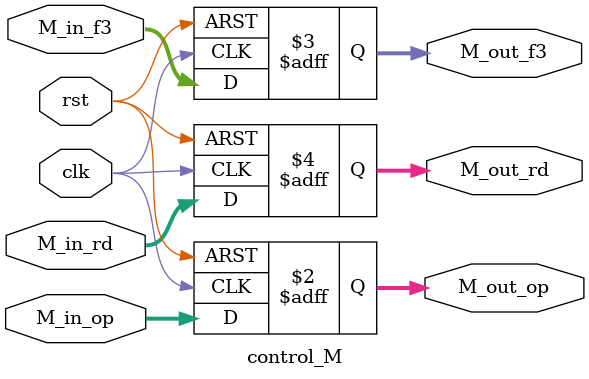
<source format=v>
module control_M(input wire clk,
                 input wire rst,
                 input wire[4:0] M_in_op,
                 input wire[2:0] M_in_f3,
                 input wire[4:0] M_in_rd,
                 output reg[4:0] M_out_op,
                 output reg[2:0] M_out_f3,
                 output reg[4:0] M_out_rd);
    
    always@(posedge clk or posedge rst)
    begin
        if (rst)
        begin
            M_out_f3 <= 3'b0;
            M_out_op <= 5'b0;
            M_out_rd <= 5'b0;
        end
        else
        begin
            M_out_f3 <= M_in_f3;
            M_out_op <= M_in_op;
            M_out_rd <= M_in_rd;
        end
    end
endmodule

</source>
